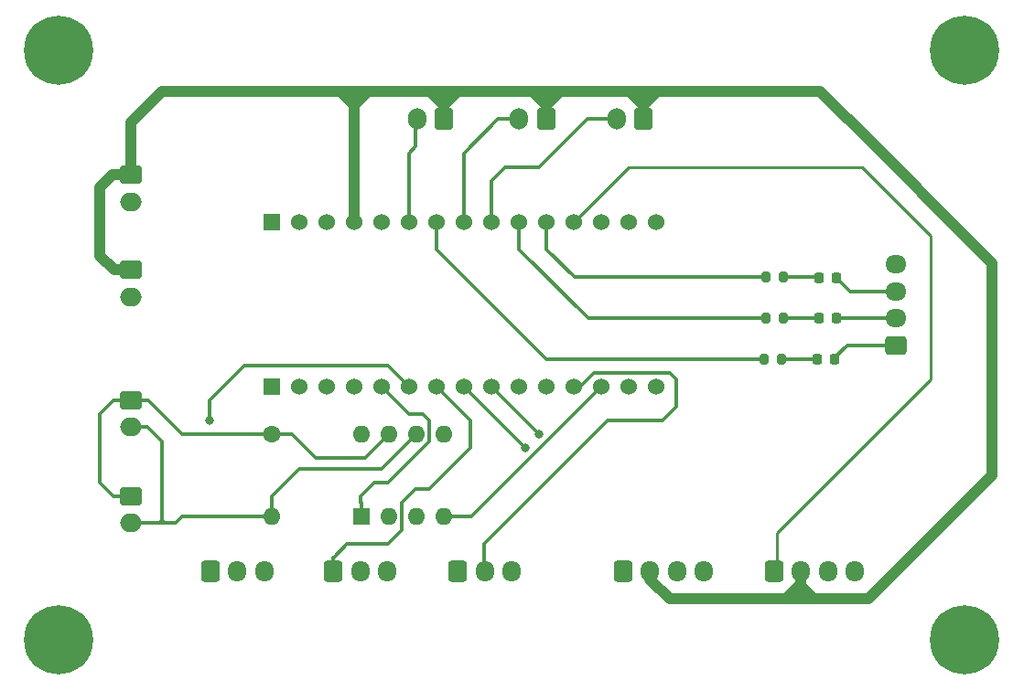
<source format=gbr>
%TF.GenerationSoftware,KiCad,Pcbnew,7.0.5*%
%TF.CreationDate,2023-08-26T18:44:16+09:00*%
%TF.ProjectId,Motherbord_Slave,4d6f7468-6572-4626-9f72-645f536c6176,rev?*%
%TF.SameCoordinates,Original*%
%TF.FileFunction,Copper,L1,Top*%
%TF.FilePolarity,Positive*%
%FSLAX46Y46*%
G04 Gerber Fmt 4.6, Leading zero omitted, Abs format (unit mm)*
G04 Created by KiCad (PCBNEW 7.0.5) date 2023-08-26 18:44:16*
%MOMM*%
%LPD*%
G01*
G04 APERTURE LIST*
G04 Aperture macros list*
%AMRoundRect*
0 Rectangle with rounded corners*
0 $1 Rounding radius*
0 $2 $3 $4 $5 $6 $7 $8 $9 X,Y pos of 4 corners*
0 Add a 4 corners polygon primitive as box body*
4,1,4,$2,$3,$4,$5,$6,$7,$8,$9,$2,$3,0*
0 Add four circle primitives for the rounded corners*
1,1,$1+$1,$2,$3*
1,1,$1+$1,$4,$5*
1,1,$1+$1,$6,$7*
1,1,$1+$1,$8,$9*
0 Add four rect primitives between the rounded corners*
20,1,$1+$1,$2,$3,$4,$5,0*
20,1,$1+$1,$4,$5,$6,$7,0*
20,1,$1+$1,$6,$7,$8,$9,0*
20,1,$1+$1,$8,$9,$2,$3,0*%
G04 Aperture macros list end*
%TA.AperFunction,SMDPad,CuDef*%
%ADD10RoundRect,0.218750X0.218750X0.256250X-0.218750X0.256250X-0.218750X-0.256250X0.218750X-0.256250X0*%
%TD*%
%TA.AperFunction,ComponentPad*%
%ADD11R,1.530000X1.530000*%
%TD*%
%TA.AperFunction,ComponentPad*%
%ADD12C,1.530000*%
%TD*%
%TA.AperFunction,ComponentPad*%
%ADD13C,0.800000*%
%TD*%
%TA.AperFunction,ComponentPad*%
%ADD14C,6.400000*%
%TD*%
%TA.AperFunction,SMDPad,CuDef*%
%ADD15RoundRect,0.200000X0.200000X0.275000X-0.200000X0.275000X-0.200000X-0.275000X0.200000X-0.275000X0*%
%TD*%
%TA.AperFunction,ComponentPad*%
%ADD16RoundRect,0.250000X-0.750000X0.600000X-0.750000X-0.600000X0.750000X-0.600000X0.750000X0.600000X0*%
%TD*%
%TA.AperFunction,ComponentPad*%
%ADD17O,2.000000X1.700000*%
%TD*%
%TA.AperFunction,ComponentPad*%
%ADD18RoundRect,0.250000X-0.600000X-0.725000X0.600000X-0.725000X0.600000X0.725000X-0.600000X0.725000X0*%
%TD*%
%TA.AperFunction,ComponentPad*%
%ADD19O,1.700000X1.950000*%
%TD*%
%TA.AperFunction,ComponentPad*%
%ADD20R,1.600000X1.600000*%
%TD*%
%TA.AperFunction,ComponentPad*%
%ADD21O,1.600000X1.600000*%
%TD*%
%TA.AperFunction,ComponentPad*%
%ADD22RoundRect,0.250000X0.600000X0.750000X-0.600000X0.750000X-0.600000X-0.750000X0.600000X-0.750000X0*%
%TD*%
%TA.AperFunction,ComponentPad*%
%ADD23O,1.700000X2.000000*%
%TD*%
%TA.AperFunction,ComponentPad*%
%ADD24C,1.600000*%
%TD*%
%TA.AperFunction,ComponentPad*%
%ADD25RoundRect,0.250000X0.725000X-0.600000X0.725000X0.600000X-0.725000X0.600000X-0.725000X-0.600000X0*%
%TD*%
%TA.AperFunction,ComponentPad*%
%ADD26O,1.950000X1.700000*%
%TD*%
%TA.AperFunction,ViaPad*%
%ADD27C,0.800000*%
%TD*%
%TA.AperFunction,Conductor*%
%ADD28C,1.000000*%
%TD*%
%TA.AperFunction,Conductor*%
%ADD29C,0.250000*%
%TD*%
%TA.AperFunction,Conductor*%
%ADD30C,0.300000*%
%TD*%
%TA.AperFunction,Conductor*%
%ADD31C,0.200000*%
%TD*%
G04 APERTURE END LIST*
D10*
%TO.P,D1,1,K*%
%TO.N,Net-(D1-K)*%
X182880000Y-93980000D03*
%TO.P,D1,2,A*%
%TO.N,Net-(D1-A)*%
X181305000Y-93980000D03*
%TD*%
D11*
%TO.P,U1,1,D1/TX*%
%TO.N,PWM_1*%
X130810000Y-96520000D03*
D12*
%TO.P,U1,2,D0/RX*%
%TO.N,PWM_2*%
X133350000Y-96520000D03*
%TO.P,U1,3,RST*%
%TO.N,unconnected-(U1-RST-Pad3)*%
X135890000Y-96520000D03*
%TO.P,U1,4,GND*%
%TO.N,unconnected-(U1-GND-Pad4)*%
X138430000Y-96520000D03*
%TO.P,U1,5,D2*%
%TO.N,CAN_td*%
X140970000Y-96520000D03*
%TO.P,U1,6,D3*%
%TO.N,Dir_1*%
X143510000Y-96520000D03*
%TO.P,U1,7,D4*%
%TO.N,Dir_2*%
X146050000Y-96520000D03*
%TO.P,U1,8,D5*%
%TO.N,enc_1_a*%
X148590000Y-96520000D03*
%TO.P,U1,9,D6*%
%TO.N,enc_1_b*%
X151130000Y-96520000D03*
%TO.P,U1,10,D7*%
%TO.N,unconnected-(U1-D7-Pad10)*%
X153670000Y-96520000D03*
%TO.P,U1,11,D8*%
%TO.N,unconnected-(U1-D8-Pad11)*%
X156210000Y-96520000D03*
%TO.P,U1,12,D9*%
%TO.N,PWM_3*%
X158750000Y-96520000D03*
%TO.P,U1,13,D10*%
%TO.N,CAN_rd*%
X161290000Y-96520000D03*
%TO.P,U1,14,D11*%
%TO.N,enc_2_b*%
X163830000Y-96520000D03*
%TO.P,U1,15,D12*%
%TO.N,Dir_3*%
X166370000Y-96520000D03*
%TO.P,U1,16,D13*%
%TO.N,unconnected-(U1-D13-Pad16)*%
X166370000Y-81280000D03*
%TO.P,U1,17,3v3*%
%TO.N,unconnected-(U1-3v3-Pad17)*%
X163830000Y-81280000D03*
%TO.P,U1,18,REF*%
%TO.N,unconnected-(U1-REF-Pad18)*%
X161290000Y-81280000D03*
%TO.P,U1,19,A0*%
%TO.N,enc_2_a*%
X158750000Y-81280000D03*
%TO.P,U1,20,A1*%
%TO.N,LED_B*%
X156210000Y-81280000D03*
%TO.P,U1,21,A2*%
%TO.N,LED_G*%
X153670000Y-81280000D03*
%TO.P,U1,22,A3*%
%TO.N,LIM_SW5*%
X151130000Y-81280000D03*
%TO.P,U1,23,A4*%
%TO.N,LIM_SW4*%
X148590000Y-81280000D03*
%TO.P,U1,24,A5*%
%TO.N,LED_R*%
X146050000Y-81280000D03*
%TO.P,U1,25,A6*%
%TO.N,LIM_SW3*%
X143510000Y-81280000D03*
%TO.P,U1,26,A7*%
%TO.N,unconnected-(U1-A7-Pad26)*%
X140970000Y-81280000D03*
%TO.P,U1,27,5V*%
%TO.N,+5V*%
X138430000Y-81280000D03*
%TO.P,U1,28,RST*%
%TO.N,unconnected-(U1-RST-Pad28)*%
X135890000Y-81280000D03*
%TO.P,U1,29,GND*%
%TO.N,GND*%
X133350000Y-81280000D03*
D11*
%TO.P,U1,30,VIN*%
%TO.N,unconnected-(U1-VIN-Pad30)*%
X130810000Y-81280000D03*
%TD*%
D13*
%TO.P,H3,1*%
%TO.N,N/C*%
X108725000Y-65405000D03*
X109427944Y-63707944D03*
X109427944Y-67102056D03*
X111125000Y-63005000D03*
D14*
X111125000Y-65405000D03*
D13*
X111125000Y-67805000D03*
X112822056Y-63707944D03*
X112822056Y-67102056D03*
X113525000Y-65405000D03*
%TD*%
D15*
%TO.P,R4,1*%
%TO.N,Net-(D3-A)*%
X178180000Y-86410000D03*
%TO.P,R4,2*%
%TO.N,LED_B*%
X176530000Y-86410000D03*
%TD*%
D16*
%TO.P,J1,1,Pin_1*%
%TO.N,Net-(J1-Pin_1)*%
X117750000Y-97790000D03*
D17*
%TO.P,J1,2,Pin_2*%
%TO.N,Net-(J1-Pin_2)*%
X117750000Y-100290000D03*
%TD*%
D18*
%TO.P,J3,1,Pin_1*%
%TO.N,enc_2_a*%
X177285000Y-113665000D03*
D19*
%TO.P,J3,2,Pin_2*%
%TO.N,+5V*%
X179785000Y-113665000D03*
%TO.P,J3,3,Pin_3*%
%TO.N,enc_2_b*%
X182285000Y-113665000D03*
%TO.P,J3,4,Pin_4*%
%TO.N,GND*%
X184785000Y-113665000D03*
%TD*%
D16*
%TO.P,J17,1,Pin_1*%
%TO.N,+5V*%
X117750000Y-85745000D03*
D17*
%TO.P,J17,2,Pin_2*%
%TO.N,GND*%
X117750000Y-88245000D03*
%TD*%
D18*
%TO.P,J6,1,Pin_1*%
%TO.N,Dir_2*%
X136525000Y-113665000D03*
D19*
%TO.P,J6,2,Pin_2*%
%TO.N,PWM_2*%
X139025000Y-113665000D03*
%TO.P,J6,3,Pin_3*%
%TO.N,GND*%
X141525000Y-113665000D03*
%TD*%
D20*
%TO.P,U2,1,TXD*%
%TO.N,CAN_td*%
X139075000Y-108575000D03*
D21*
%TO.P,U2,2,VSS*%
%TO.N,GND*%
X141615000Y-108575000D03*
%TO.P,U2,3,VDD*%
%TO.N,+5V*%
X144155000Y-108575000D03*
%TO.P,U2,4,RXD*%
%TO.N,CAN_rd*%
X146695000Y-108575000D03*
%TO.P,U2,5,SPLIT*%
%TO.N,unconnected-(U2-SPLIT-Pad5)*%
X146695000Y-100955000D03*
%TO.P,U2,6,CANL*%
%TO.N,Net-(J1-Pin_2)*%
X144155000Y-100955000D03*
%TO.P,U2,7,CANH*%
%TO.N,Net-(J1-Pin_1)*%
X141615000Y-100955000D03*
%TO.P,U2,8,STBY*%
%TO.N,GND*%
X139075000Y-100955000D03*
%TD*%
D16*
%TO.P,J16,1,Pin_1*%
%TO.N,+5V*%
X117750000Y-76930000D03*
D17*
%TO.P,J16,2,Pin_2*%
%TO.N,GND*%
X117750000Y-79430000D03*
%TD*%
D18*
%TO.P,J5,1,Pin_1*%
%TO.N,Dir_1*%
X125135000Y-113665000D03*
D19*
%TO.P,J5,2,Pin_2*%
%TO.N,PWM_1*%
X127635000Y-113665000D03*
%TO.P,J5,3,Pin_3*%
%TO.N,GND*%
X130135000Y-113665000D03*
%TD*%
D10*
%TO.P,D3,1,K*%
%TO.N,Net-(D3-K)*%
X183032500Y-86440000D03*
%TO.P,D3,2,A*%
%TO.N,Net-(D3-A)*%
X181457500Y-86440000D03*
%TD*%
D22*
%TO.P,J12,1,Pin_1*%
%TO.N,+5V*%
X156210000Y-71755000D03*
D23*
%TO.P,J12,2,Pin_2*%
%TO.N,LIM_SW4*%
X153710000Y-71755000D03*
%TD*%
D13*
%TO.P,H1,1*%
%TO.N,N/C*%
X192545000Y-65405000D03*
X193247944Y-63707944D03*
X193247944Y-67102056D03*
X194945000Y-63005000D03*
D14*
X194945000Y-65405000D03*
D13*
X194945000Y-67805000D03*
X196642056Y-63707944D03*
X196642056Y-67102056D03*
X197345000Y-65405000D03*
%TD*%
%TO.P,H4,1*%
%TO.N,N/C*%
X108725000Y-120015000D03*
X109427944Y-118317944D03*
X109427944Y-121712056D03*
X111125000Y-117615000D03*
D14*
X111125000Y-120015000D03*
D13*
X111125000Y-122415000D03*
X112822056Y-118317944D03*
X112822056Y-121712056D03*
X113525000Y-120015000D03*
%TD*%
D22*
%TO.P,J13,1,Pin_1*%
%TO.N,+5V*%
X165210000Y-71755000D03*
D23*
%TO.P,J13,2,Pin_2*%
%TO.N,LIM_SW5*%
X162710000Y-71755000D03*
%TD*%
D24*
%TO.P,R1,1*%
%TO.N,Net-(J1-Pin_1)*%
X130810000Y-100965000D03*
D21*
%TO.P,R1,2*%
%TO.N,Net-(J1-Pin_2)*%
X130810000Y-108585000D03*
%TD*%
D15*
%TO.P,R3,1*%
%TO.N,Net-(D2-A)*%
X178180000Y-90220000D03*
%TO.P,R3,2*%
%TO.N,LED_G*%
X176530000Y-90220000D03*
%TD*%
D10*
%TO.P,D2,1,K*%
%TO.N,Net-(D2-K)*%
X183032500Y-90170000D03*
%TO.P,D2,2,A*%
%TO.N,Net-(D2-A)*%
X181457500Y-90170000D03*
%TD*%
D25*
%TO.P,J8,1,Pin_1*%
%TO.N,Net-(D1-K)*%
X188595000Y-92710000D03*
D26*
%TO.P,J8,2,Pin_2*%
%TO.N,Net-(D2-K)*%
X188595000Y-90210000D03*
%TO.P,J8,3,Pin_3*%
%TO.N,Net-(D3-K)*%
X188595000Y-87710000D03*
%TO.P,J8,4,Pin_4*%
%TO.N,GND*%
X188595000Y-85210000D03*
%TD*%
D13*
%TO.P,H2,1*%
%TO.N,N/C*%
X192545000Y-120015000D03*
X193247944Y-118317944D03*
X193247944Y-121712056D03*
X194945000Y-117615000D03*
D14*
X194945000Y-120015000D03*
D13*
X194945000Y-122415000D03*
X196642056Y-118317944D03*
X196642056Y-121712056D03*
X197345000Y-120015000D03*
%TD*%
D18*
%TO.P,J4,1,Pin_1*%
%TO.N,enc_1_a*%
X163315000Y-113665000D03*
D19*
%TO.P,J4,2,Pin_2*%
%TO.N,+5V*%
X165815000Y-113665000D03*
%TO.P,J4,3,Pin_3*%
%TO.N,enc_1_b*%
X168315000Y-113665000D03*
%TO.P,J4,4,Pin_4*%
%TO.N,GND*%
X170815000Y-113665000D03*
%TD*%
D22*
%TO.P,J11,1,Pin_1*%
%TO.N,+5V*%
X146760000Y-71755000D03*
D23*
%TO.P,J11,2,Pin_2*%
%TO.N,LIM_SW3*%
X144260000Y-71755000D03*
%TD*%
D15*
%TO.P,R2,1*%
%TO.N,Net-(D1-A)*%
X177990000Y-94030000D03*
%TO.P,R2,2*%
%TO.N,LED_R*%
X176340000Y-94030000D03*
%TD*%
D18*
%TO.P,J7,1,Pin_1*%
%TO.N,Dir_3*%
X148035000Y-113665000D03*
D19*
%TO.P,J7,2,Pin_2*%
%TO.N,PWM_3*%
X150535000Y-113665000D03*
%TO.P,J7,3,Pin_3*%
%TO.N,GND*%
X153035000Y-113665000D03*
%TD*%
D16*
%TO.P,J2,1,Pin_1*%
%TO.N,Net-(J1-Pin_1)*%
X117750000Y-106680000D03*
D17*
%TO.P,J2,2,Pin_2*%
%TO.N,Net-(J1-Pin_2)*%
X117750000Y-109180000D03*
%TD*%
D27*
%TO.N,Dir_1*%
X125095000Y-99695000D03*
%TO.N,enc_1_a*%
X154305000Y-102235000D03*
%TO.N,enc_1_b*%
X155575000Y-100965000D03*
%TD*%
D28*
%TO.N,+5V*%
X179705000Y-114935000D02*
X178435000Y-116205000D01*
X179785000Y-114935000D02*
X179705000Y-114935000D01*
X178435000Y-116205000D02*
X167640000Y-116205000D01*
X179705000Y-116205000D02*
X178435000Y-116205000D01*
X186055000Y-116205000D02*
X180975000Y-116205000D01*
X180975000Y-116205000D02*
X179705000Y-116205000D01*
X179785000Y-114935000D02*
X179785000Y-113665000D01*
X179785000Y-115015000D02*
X180975000Y-116205000D01*
X179785000Y-116125000D02*
X179785000Y-114935000D01*
X179785000Y-114935000D02*
X179785000Y-115015000D01*
X179705000Y-116205000D02*
X179785000Y-116125000D01*
X165815000Y-114380000D02*
X165815000Y-113665000D01*
X197485000Y-85090000D02*
X197485000Y-104775000D01*
X184150000Y-71755000D02*
X197485000Y-85090000D01*
X167640000Y-116205000D02*
X165815000Y-114380000D01*
X184130000Y-71755000D02*
X184150000Y-71755000D01*
X197485000Y-104775000D02*
X186055000Y-116205000D01*
D29*
%TO.N,enc_2_a*%
X177566726Y-110088274D02*
X177566726Y-112840000D01*
X177566726Y-112840000D02*
X177838363Y-113111637D01*
X185420000Y-76200000D02*
X191770000Y-82550000D01*
X191770000Y-95885000D02*
X177566726Y-110088274D01*
X163830000Y-76200000D02*
X185420000Y-76200000D01*
X191770000Y-82550000D02*
X191770000Y-95885000D01*
X158750000Y-81280000D02*
X163830000Y-76200000D01*
D28*
%TO.N,+5V*%
X138430000Y-70485000D02*
X137160000Y-69215000D01*
X138430000Y-70485000D02*
X138430000Y-81280000D01*
X139700000Y-69215000D02*
X145415000Y-69215000D01*
X138430000Y-69215000D02*
X138430000Y-70485000D01*
X138430000Y-69215000D02*
X139700000Y-69215000D01*
X138430000Y-70485000D02*
X139700000Y-69215000D01*
D30*
%TO.N,LIM_SW4*%
X148590000Y-79375000D02*
X148590000Y-81915000D01*
%TO.N,CAN_td*%
X139075000Y-107325000D02*
X139075000Y-108575000D01*
X139065000Y-107315000D02*
X139075000Y-107325000D01*
%TO.N,PWM_3*%
X160655000Y-95250000D02*
X158750000Y-97155000D01*
X167640000Y-95250000D02*
X160655000Y-95250000D01*
X168275000Y-98425000D02*
X168275000Y-95885000D01*
X167005000Y-99695000D02*
X168275000Y-98425000D01*
X168275000Y-95885000D02*
X167640000Y-95250000D01*
X161925000Y-99695000D02*
X167005000Y-99695000D01*
X150495000Y-111125000D02*
X161925000Y-99695000D01*
%TO.N,CAN_td*%
X140970000Y-96520000D02*
X143510000Y-99060000D01*
X141605000Y-105410000D02*
X140335000Y-105410000D01*
X145415000Y-101600000D02*
X141605000Y-105410000D01*
X144780000Y-99060000D02*
X145415000Y-99695000D01*
X143510000Y-99060000D02*
X144780000Y-99060000D01*
X139065000Y-106680000D02*
X139065000Y-107315000D01*
X145415000Y-99695000D02*
X145415000Y-101600000D01*
X140335000Y-105410000D02*
X139065000Y-106680000D01*
%TO.N,Dir_1*%
X128270000Y-94615000D02*
X125095000Y-97790000D01*
X125095000Y-97790000D02*
X125095000Y-99695000D01*
X141605000Y-94615000D02*
X128270000Y-94615000D01*
X143510000Y-96520000D02*
X141605000Y-94615000D01*
%TO.N,Dir_2*%
X136580000Y-112340000D02*
X137795000Y-111125000D01*
X137795000Y-111125000D02*
X141605000Y-111125000D01*
X149225000Y-99695000D02*
X146050000Y-96520000D01*
X136525000Y-112340000D02*
X136580000Y-112340000D01*
X136525000Y-112395000D02*
X136525000Y-113030000D01*
X145415000Y-106045000D02*
X149225000Y-102235000D01*
X142875000Y-107315000D02*
X144145000Y-106045000D01*
X141605000Y-111125000D02*
X142875000Y-109855000D01*
X144145000Y-106045000D02*
X145415000Y-106045000D01*
X149225000Y-102235000D02*
X149225000Y-99695000D01*
X142875000Y-109855000D02*
X142875000Y-107315000D01*
%TO.N,enc_1_a*%
X148590000Y-96520000D02*
X154305000Y-102235000D01*
%TO.N,enc_1_b*%
X151130000Y-96520000D02*
X155575000Y-100965000D01*
%TO.N,PWM_3*%
X150495000Y-111125000D02*
X150495000Y-113030000D01*
%TO.N,CAN_rd*%
X146685000Y-108585000D02*
X148590000Y-108585000D01*
X149235000Y-108575000D02*
X147845000Y-108575000D01*
X161290000Y-96520000D02*
X149235000Y-108575000D01*
%TO.N,LED_B*%
X156210000Y-81915000D02*
X156210000Y-82550000D01*
X156210000Y-83820000D02*
X156210000Y-82395000D01*
X158800000Y-86410000D02*
X156210000Y-83820000D01*
X176530000Y-86410000D02*
X158800000Y-86410000D01*
%TO.N,LED_G*%
X153670000Y-83820000D02*
X153670000Y-82395000D01*
X153670000Y-81280000D02*
X153670000Y-82550000D01*
X176530000Y-90220000D02*
X160070000Y-90220000D01*
X160070000Y-90220000D02*
X153670000Y-83820000D01*
%TO.N,LIM_SW5*%
X151130000Y-80010000D02*
X151130000Y-81280000D01*
X162710000Y-71755000D02*
X160020000Y-71755000D01*
X155575000Y-76200000D02*
X152400000Y-76200000D01*
X160020000Y-71755000D02*
X155575000Y-76200000D01*
X151130000Y-77470000D02*
X151130000Y-80165000D01*
X152400000Y-76200000D02*
X151130000Y-77470000D01*
%TO.N,LIM_SW4*%
X151765000Y-71755000D02*
X148590000Y-74930000D01*
X153710000Y-71755000D02*
X151765000Y-71755000D01*
X148590000Y-74930000D02*
X148590000Y-80165000D01*
%TO.N,LED_R*%
X156210000Y-93980000D02*
X146050000Y-83820000D01*
X176340000Y-94030000D02*
X176290000Y-93980000D01*
X176290000Y-93980000D02*
X156210000Y-93980000D01*
X146050000Y-83820000D02*
X146050000Y-82550000D01*
X146050000Y-81915000D02*
X146050000Y-83185000D01*
%TO.N,LIM_SW3*%
X143510000Y-81280000D02*
X143510000Y-74930000D01*
X143510000Y-74930000D02*
X144145000Y-74295000D01*
X144145000Y-74295000D02*
X144145000Y-73105000D01*
X144145000Y-72390000D02*
X144145000Y-73025000D01*
D28*
%TO.N,+5V*%
X174625000Y-69215000D02*
X175895000Y-69215000D01*
X135890000Y-69215000D02*
X136190000Y-69215000D01*
X116225000Y-85745000D02*
X117750000Y-85745000D01*
X120650000Y-69215000D02*
X127000000Y-69215000D01*
X165210000Y-71755000D02*
X165210000Y-70485000D01*
X181570000Y-69215000D02*
X184110000Y-71755000D01*
X146760000Y-70485000D02*
X146760000Y-69775000D01*
X145490000Y-69215000D02*
X146760000Y-70485000D01*
X114935000Y-84455000D02*
X116225000Y-85745000D01*
X145415000Y-69215000D02*
X145490000Y-69215000D01*
X117750000Y-72115000D02*
X120650000Y-69215000D01*
X156210000Y-69215000D02*
X158115000Y-69215000D01*
X146760000Y-71755000D02*
X146760000Y-70485000D01*
X148030000Y-69215000D02*
X146760000Y-70485000D01*
X165210000Y-70485000D02*
X165210000Y-69325000D01*
X148590000Y-69215000D02*
X154940000Y-69215000D01*
X148590000Y-69215000D02*
X148030000Y-69215000D01*
X158115000Y-69215000D02*
X163830000Y-69215000D01*
X117750000Y-76930000D02*
X117750000Y-72115000D01*
X128270000Y-69215000D02*
X129540000Y-69215000D01*
X154940000Y-69215000D02*
X156210000Y-69215000D01*
X136525000Y-69215000D02*
X137160000Y-69215000D01*
X129540000Y-69215000D02*
X135890000Y-69215000D01*
X135890000Y-69215000D02*
X136525000Y-69215000D01*
X154940000Y-69215000D02*
X156210000Y-70485000D01*
X117750000Y-76930000D02*
X116110000Y-76930000D01*
X163830000Y-69215000D02*
X163940000Y-69215000D01*
X175895000Y-69215000D02*
X181570000Y-69215000D01*
X173355000Y-69215000D02*
X174625000Y-69215000D01*
X163940000Y-69215000D02*
X165210000Y-70485000D01*
X156210000Y-71755000D02*
X156210000Y-70485000D01*
X167005000Y-69215000D02*
X166480000Y-69215000D01*
X157480000Y-69215000D02*
X156210000Y-70485000D01*
X114935000Y-78105000D02*
X114935000Y-84455000D01*
X156210000Y-70485000D02*
X156210000Y-69215000D01*
X147320000Y-69215000D02*
X148590000Y-69215000D01*
X146760000Y-69775000D02*
X147320000Y-69215000D01*
X163830000Y-69215000D02*
X165100000Y-69215000D01*
X116110000Y-76930000D02*
X114935000Y-78105000D01*
X137160000Y-69215000D02*
X138430000Y-69215000D01*
X167005000Y-69215000D02*
X173355000Y-69215000D01*
X165210000Y-69325000D02*
X165100000Y-69215000D01*
X166480000Y-69215000D02*
X165210000Y-70485000D01*
X165100000Y-69215000D02*
X167005000Y-69215000D01*
X127000000Y-69215000D02*
X128270000Y-69215000D01*
X158115000Y-69215000D02*
X157480000Y-69215000D01*
X145415000Y-69215000D02*
X147320000Y-69215000D01*
D30*
%TO.N,Net-(J1-Pin_2)*%
X120904000Y-109180000D02*
X121960000Y-109180000D01*
X120650000Y-108966000D02*
X120610000Y-108966000D01*
X130810000Y-106680000D02*
X133350000Y-104140000D01*
X130810000Y-108585000D02*
X130810000Y-106680000D01*
X120650000Y-108966000D02*
X120650000Y-109180000D01*
X117750000Y-100290000D02*
X119340000Y-100290000D01*
X120396000Y-109180000D02*
X120650000Y-109180000D01*
X120650000Y-101600000D02*
X120650000Y-108966000D01*
X120690000Y-108966000D02*
X120904000Y-109180000D01*
X121960000Y-109180000D02*
X122555000Y-108585000D01*
X117750000Y-109180000D02*
X120396000Y-109180000D01*
D31*
X120650000Y-108966000D02*
X120690000Y-108966000D01*
D30*
X120650000Y-109180000D02*
X120904000Y-109180000D01*
X120610000Y-108966000D02*
X120396000Y-109180000D01*
X122555000Y-108585000D02*
X130810000Y-108585000D01*
X119340000Y-100290000D02*
X120650000Y-101600000D01*
X133350000Y-104140000D02*
X140970000Y-104140000D01*
X140970000Y-104140000D02*
X144155000Y-100955000D01*
%TO.N,Net-(J1-Pin_1)*%
X139446000Y-103124000D02*
X141615000Y-100955000D01*
X114935000Y-99060000D02*
X114935000Y-105410000D01*
X117750000Y-97790000D02*
X119380000Y-97790000D01*
X117750000Y-97790000D02*
X116205000Y-97790000D01*
X119380000Y-97790000D02*
X122555000Y-100965000D01*
X130810000Y-100965000D02*
X132715000Y-100965000D01*
X132715000Y-100965000D02*
X134874000Y-103124000D01*
X122555000Y-100965000D02*
X130810000Y-100965000D01*
X116205000Y-97790000D02*
X114935000Y-99060000D01*
X114935000Y-105410000D02*
X116205000Y-106680000D01*
X116205000Y-106680000D02*
X117750000Y-106680000D01*
X134874000Y-103124000D02*
X139446000Y-103124000D01*
%TO.N,Net-(D1-K)*%
X184032500Y-92710000D02*
X188595000Y-92710000D01*
X182842500Y-93900000D02*
X184032500Y-92710000D01*
%TO.N,Net-(D1-A)*%
X177990000Y-94030000D02*
X181137500Y-94030000D01*
%TO.N,Net-(D2-K)*%
X183072500Y-90210000D02*
X188595000Y-90210000D01*
X183032500Y-90170000D02*
X183072500Y-90210000D01*
%TO.N,Net-(D2-A)*%
X178180000Y-90220000D02*
X181407500Y-90220000D01*
X181407500Y-90220000D02*
X181457500Y-90170000D01*
%TO.N,Net-(D3-K)*%
X184302500Y-87710000D02*
X188595000Y-87710000D01*
X183032500Y-86440000D02*
X184302500Y-87710000D01*
%TO.N,Net-(D3-A)*%
X178180000Y-86410000D02*
X181427500Y-86410000D01*
X181427500Y-86410000D02*
X181457500Y-86440000D01*
%TD*%
M02*

</source>
